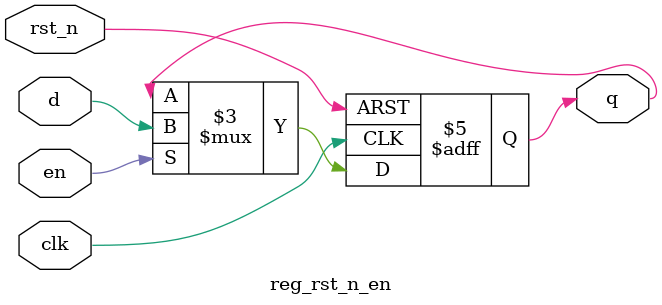
<source format=v>

module reg_rst_n_en
# (
    parameter w = 1
) 
(
    input                clk,
    input                rst_n,
    input                en,
    input      [w - 1:0] d,
    output reg [w - 1:0] q
);

    always @ (posedge clk or negedge rst_n)
        if (! rst_n)
            q <= { w { 1'b0 } };
        else if (en)
            q <= d;

endmodule

</source>
